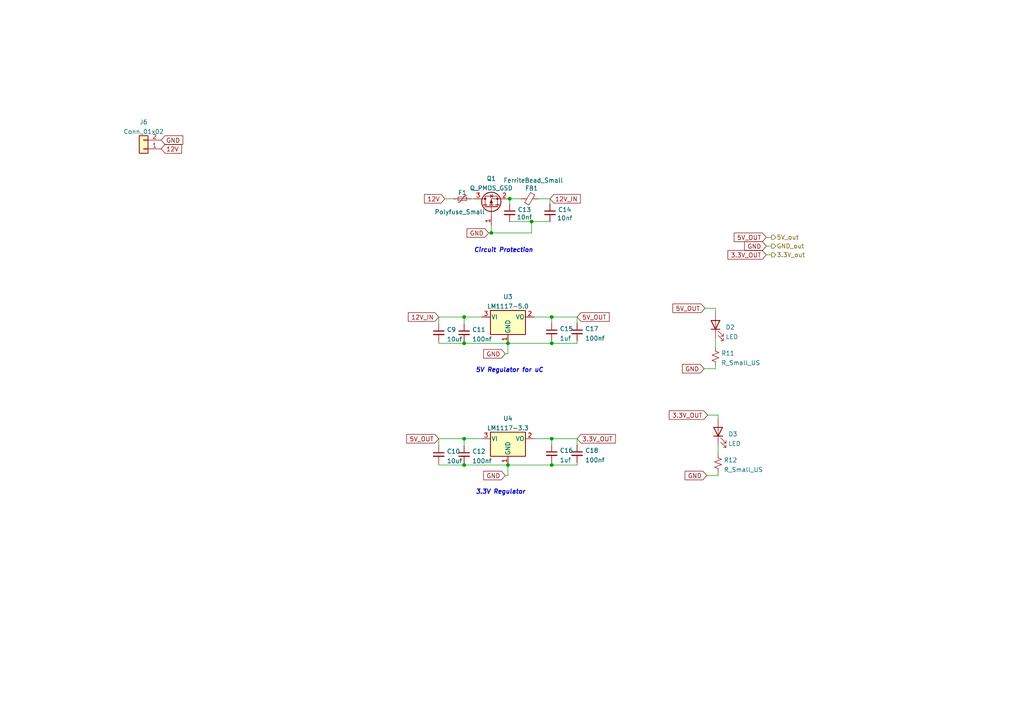
<source format=kicad_sch>
(kicad_sch
	(version 20231120)
	(generator "eeschema")
	(generator_version "8.0")
	(uuid "1f0a4998-759d-45ac-91d4-b234aacad793")
	(paper "A4")
	(lib_symbols
		(symbol "Connector_Generic:Conn_01x02"
			(pin_names
				(offset 1.016) hide)
			(exclude_from_sim no)
			(in_bom yes)
			(on_board yes)
			(property "Reference" "J"
				(at 0 2.54 0)
				(effects
					(font
						(size 1.27 1.27)
					)
				)
			)
			(property "Value" "Conn_01x02"
				(at 0 -5.08 0)
				(effects
					(font
						(size 1.27 1.27)
					)
				)
			)
			(property "Footprint" ""
				(at 0 0 0)
				(effects
					(font
						(size 1.27 1.27)
					)
					(hide yes)
				)
			)
			(property "Datasheet" "~"
				(at 0 0 0)
				(effects
					(font
						(size 1.27 1.27)
					)
					(hide yes)
				)
			)
			(property "Description" "Generic connector, single row, 01x02, script generated (kicad-library-utils/schlib/autogen/connector/)"
				(at 0 0 0)
				(effects
					(font
						(size 1.27 1.27)
					)
					(hide yes)
				)
			)
			(property "ki_keywords" "connector"
				(at 0 0 0)
				(effects
					(font
						(size 1.27 1.27)
					)
					(hide yes)
				)
			)
			(property "ki_fp_filters" "Connector*:*_1x??_*"
				(at 0 0 0)
				(effects
					(font
						(size 1.27 1.27)
					)
					(hide yes)
				)
			)
			(symbol "Conn_01x02_1_1"
				(rectangle
					(start -1.27 -2.413)
					(end 0 -2.667)
					(stroke
						(width 0.1524)
						(type default)
					)
					(fill
						(type none)
					)
				)
				(rectangle
					(start -1.27 0.127)
					(end 0 -0.127)
					(stroke
						(width 0.1524)
						(type default)
					)
					(fill
						(type none)
					)
				)
				(rectangle
					(start -1.27 1.27)
					(end 1.27 -3.81)
					(stroke
						(width 0.254)
						(type default)
					)
					(fill
						(type background)
					)
				)
				(pin passive line
					(at -5.08 0 0)
					(length 3.81)
					(name "Pin_1"
						(effects
							(font
								(size 1.27 1.27)
							)
						)
					)
					(number "1"
						(effects
							(font
								(size 1.27 1.27)
							)
						)
					)
				)
				(pin passive line
					(at -5.08 -2.54 0)
					(length 3.81)
					(name "Pin_2"
						(effects
							(font
								(size 1.27 1.27)
							)
						)
					)
					(number "2"
						(effects
							(font
								(size 1.27 1.27)
							)
						)
					)
				)
			)
		)
		(symbol "Device:C_Small"
			(pin_numbers hide)
			(pin_names
				(offset 0.254) hide)
			(exclude_from_sim no)
			(in_bom yes)
			(on_board yes)
			(property "Reference" "C"
				(at 0.254 1.778 0)
				(effects
					(font
						(size 1.27 1.27)
					)
					(justify left)
				)
			)
			(property "Value" "C_Small"
				(at 0.254 -2.032 0)
				(effects
					(font
						(size 1.27 1.27)
					)
					(justify left)
				)
			)
			(property "Footprint" ""
				(at 0 0 0)
				(effects
					(font
						(size 1.27 1.27)
					)
					(hide yes)
				)
			)
			(property "Datasheet" "~"
				(at 0 0 0)
				(effects
					(font
						(size 1.27 1.27)
					)
					(hide yes)
				)
			)
			(property "Description" "Unpolarized capacitor, small symbol"
				(at 0 0 0)
				(effects
					(font
						(size 1.27 1.27)
					)
					(hide yes)
				)
			)
			(property "ki_keywords" "capacitor cap"
				(at 0 0 0)
				(effects
					(font
						(size 1.27 1.27)
					)
					(hide yes)
				)
			)
			(property "ki_fp_filters" "C_*"
				(at 0 0 0)
				(effects
					(font
						(size 1.27 1.27)
					)
					(hide yes)
				)
			)
			(symbol "C_Small_0_1"
				(polyline
					(pts
						(xy -1.524 -0.508) (xy 1.524 -0.508)
					)
					(stroke
						(width 0.3302)
						(type default)
					)
					(fill
						(type none)
					)
				)
				(polyline
					(pts
						(xy -1.524 0.508) (xy 1.524 0.508)
					)
					(stroke
						(width 0.3048)
						(type default)
					)
					(fill
						(type none)
					)
				)
			)
			(symbol "C_Small_1_1"
				(pin passive line
					(at 0 2.54 270)
					(length 2.032)
					(name "~"
						(effects
							(font
								(size 1.27 1.27)
							)
						)
					)
					(number "1"
						(effects
							(font
								(size 1.27 1.27)
							)
						)
					)
				)
				(pin passive line
					(at 0 -2.54 90)
					(length 2.032)
					(name "~"
						(effects
							(font
								(size 1.27 1.27)
							)
						)
					)
					(number "2"
						(effects
							(font
								(size 1.27 1.27)
							)
						)
					)
				)
			)
		)
		(symbol "Device:FerriteBead_Small"
			(pin_numbers hide)
			(pin_names
				(offset 0)
			)
			(exclude_from_sim no)
			(in_bom yes)
			(on_board yes)
			(property "Reference" "FB"
				(at 1.905 1.27 0)
				(effects
					(font
						(size 1.27 1.27)
					)
					(justify left)
				)
			)
			(property "Value" "FerriteBead_Small"
				(at 1.905 -1.27 0)
				(effects
					(font
						(size 1.27 1.27)
					)
					(justify left)
				)
			)
			(property "Footprint" ""
				(at -1.778 0 90)
				(effects
					(font
						(size 1.27 1.27)
					)
					(hide yes)
				)
			)
			(property "Datasheet" "~"
				(at 0 0 0)
				(effects
					(font
						(size 1.27 1.27)
					)
					(hide yes)
				)
			)
			(property "Description" "Ferrite bead, small symbol"
				(at 0 0 0)
				(effects
					(font
						(size 1.27 1.27)
					)
					(hide yes)
				)
			)
			(property "ki_keywords" "L ferrite bead inductor filter"
				(at 0 0 0)
				(effects
					(font
						(size 1.27 1.27)
					)
					(hide yes)
				)
			)
			(property "ki_fp_filters" "Inductor_* L_* *Ferrite*"
				(at 0 0 0)
				(effects
					(font
						(size 1.27 1.27)
					)
					(hide yes)
				)
			)
			(symbol "FerriteBead_Small_0_1"
				(polyline
					(pts
						(xy 0 -1.27) (xy 0 -0.7874)
					)
					(stroke
						(width 0)
						(type default)
					)
					(fill
						(type none)
					)
				)
				(polyline
					(pts
						(xy 0 0.889) (xy 0 1.2954)
					)
					(stroke
						(width 0)
						(type default)
					)
					(fill
						(type none)
					)
				)
				(polyline
					(pts
						(xy -1.8288 0.2794) (xy -1.1176 1.4986) (xy 1.8288 -0.2032) (xy 1.1176 -1.4224) (xy -1.8288 0.2794)
					)
					(stroke
						(width 0)
						(type default)
					)
					(fill
						(type none)
					)
				)
			)
			(symbol "FerriteBead_Small_1_1"
				(pin passive line
					(at 0 2.54 270)
					(length 1.27)
					(name "~"
						(effects
							(font
								(size 1.27 1.27)
							)
						)
					)
					(number "1"
						(effects
							(font
								(size 1.27 1.27)
							)
						)
					)
				)
				(pin passive line
					(at 0 -2.54 90)
					(length 1.27)
					(name "~"
						(effects
							(font
								(size 1.27 1.27)
							)
						)
					)
					(number "2"
						(effects
							(font
								(size 1.27 1.27)
							)
						)
					)
				)
			)
		)
		(symbol "Device:LED"
			(pin_numbers hide)
			(pin_names
				(offset 1.016) hide)
			(exclude_from_sim no)
			(in_bom yes)
			(on_board yes)
			(property "Reference" "D"
				(at 0 2.54 0)
				(effects
					(font
						(size 1.27 1.27)
					)
				)
			)
			(property "Value" "LED"
				(at 0 -2.54 0)
				(effects
					(font
						(size 1.27 1.27)
					)
				)
			)
			(property "Footprint" ""
				(at 0 0 0)
				(effects
					(font
						(size 1.27 1.27)
					)
					(hide yes)
				)
			)
			(property "Datasheet" "~"
				(at 0 0 0)
				(effects
					(font
						(size 1.27 1.27)
					)
					(hide yes)
				)
			)
			(property "Description" "Light emitting diode"
				(at 0 0 0)
				(effects
					(font
						(size 1.27 1.27)
					)
					(hide yes)
				)
			)
			(property "ki_keywords" "LED diode"
				(at 0 0 0)
				(effects
					(font
						(size 1.27 1.27)
					)
					(hide yes)
				)
			)
			(property "ki_fp_filters" "LED* LED_SMD:* LED_THT:*"
				(at 0 0 0)
				(effects
					(font
						(size 1.27 1.27)
					)
					(hide yes)
				)
			)
			(symbol "LED_0_1"
				(polyline
					(pts
						(xy -1.27 -1.27) (xy -1.27 1.27)
					)
					(stroke
						(width 0.254)
						(type default)
					)
					(fill
						(type none)
					)
				)
				(polyline
					(pts
						(xy -1.27 0) (xy 1.27 0)
					)
					(stroke
						(width 0)
						(type default)
					)
					(fill
						(type none)
					)
				)
				(polyline
					(pts
						(xy 1.27 -1.27) (xy 1.27 1.27) (xy -1.27 0) (xy 1.27 -1.27)
					)
					(stroke
						(width 0.254)
						(type default)
					)
					(fill
						(type none)
					)
				)
				(polyline
					(pts
						(xy -3.048 -0.762) (xy -4.572 -2.286) (xy -3.81 -2.286) (xy -4.572 -2.286) (xy -4.572 -1.524)
					)
					(stroke
						(width 0)
						(type default)
					)
					(fill
						(type none)
					)
				)
				(polyline
					(pts
						(xy -1.778 -0.762) (xy -3.302 -2.286) (xy -2.54 -2.286) (xy -3.302 -2.286) (xy -3.302 -1.524)
					)
					(stroke
						(width 0)
						(type default)
					)
					(fill
						(type none)
					)
				)
			)
			(symbol "LED_1_1"
				(pin passive line
					(at -3.81 0 0)
					(length 2.54)
					(name "K"
						(effects
							(font
								(size 1.27 1.27)
							)
						)
					)
					(number "1"
						(effects
							(font
								(size 1.27 1.27)
							)
						)
					)
				)
				(pin passive line
					(at 3.81 0 180)
					(length 2.54)
					(name "A"
						(effects
							(font
								(size 1.27 1.27)
							)
						)
					)
					(number "2"
						(effects
							(font
								(size 1.27 1.27)
							)
						)
					)
				)
			)
		)
		(symbol "Device:Polyfuse_Small"
			(pin_numbers hide)
			(pin_names
				(offset 0)
			)
			(exclude_from_sim no)
			(in_bom yes)
			(on_board yes)
			(property "Reference" "F"
				(at -1.905 0 90)
				(effects
					(font
						(size 1.27 1.27)
					)
				)
			)
			(property "Value" "Polyfuse_Small"
				(at 1.905 0 90)
				(effects
					(font
						(size 1.27 1.27)
					)
				)
			)
			(property "Footprint" ""
				(at 1.27 -5.08 0)
				(effects
					(font
						(size 1.27 1.27)
					)
					(justify left)
					(hide yes)
				)
			)
			(property "Datasheet" "~"
				(at 0 0 0)
				(effects
					(font
						(size 1.27 1.27)
					)
					(hide yes)
				)
			)
			(property "Description" "Resettable fuse, polymeric positive temperature coefficient, small symbol"
				(at 0 0 0)
				(effects
					(font
						(size 1.27 1.27)
					)
					(hide yes)
				)
			)
			(property "ki_keywords" "resettable fuse PTC PPTC polyfuse polyswitch"
				(at 0 0 0)
				(effects
					(font
						(size 1.27 1.27)
					)
					(hide yes)
				)
			)
			(property "ki_fp_filters" "*polyfuse* *PTC*"
				(at 0 0 0)
				(effects
					(font
						(size 1.27 1.27)
					)
					(hide yes)
				)
			)
			(symbol "Polyfuse_Small_0_1"
				(rectangle
					(start -0.508 1.27)
					(end 0.508 -1.27)
					(stroke
						(width 0)
						(type default)
					)
					(fill
						(type none)
					)
				)
				(polyline
					(pts
						(xy 0 2.54) (xy 0 -2.54)
					)
					(stroke
						(width 0)
						(type default)
					)
					(fill
						(type none)
					)
				)
				(polyline
					(pts
						(xy -1.016 1.27) (xy -1.016 0.762) (xy 1.016 -0.762) (xy 1.016 -1.27)
					)
					(stroke
						(width 0)
						(type default)
					)
					(fill
						(type none)
					)
				)
			)
			(symbol "Polyfuse_Small_1_1"
				(pin passive line
					(at 0 2.54 270)
					(length 0.635)
					(name "~"
						(effects
							(font
								(size 1.27 1.27)
							)
						)
					)
					(number "1"
						(effects
							(font
								(size 1.27 1.27)
							)
						)
					)
				)
				(pin passive line
					(at 0 -2.54 90)
					(length 0.635)
					(name "~"
						(effects
							(font
								(size 1.27 1.27)
							)
						)
					)
					(number "2"
						(effects
							(font
								(size 1.27 1.27)
							)
						)
					)
				)
			)
		)
		(symbol "Device:Q_PMOS_GSD"
			(pin_names
				(offset 0) hide)
			(exclude_from_sim no)
			(in_bom yes)
			(on_board yes)
			(property "Reference" "Q"
				(at 5.08 1.27 0)
				(effects
					(font
						(size 1.27 1.27)
					)
					(justify left)
				)
			)
			(property "Value" "Q_PMOS_GSD"
				(at 5.08 -1.27 0)
				(effects
					(font
						(size 1.27 1.27)
					)
					(justify left)
				)
			)
			(property "Footprint" ""
				(at 5.08 2.54 0)
				(effects
					(font
						(size 1.27 1.27)
					)
					(hide yes)
				)
			)
			(property "Datasheet" "~"
				(at 0 0 0)
				(effects
					(font
						(size 1.27 1.27)
					)
					(hide yes)
				)
			)
			(property "Description" "P-MOSFET transistor, gate/source/drain"
				(at 0 0 0)
				(effects
					(font
						(size 1.27 1.27)
					)
					(hide yes)
				)
			)
			(property "ki_keywords" "transistor PMOS P-MOS P-MOSFET"
				(at 0 0 0)
				(effects
					(font
						(size 1.27 1.27)
					)
					(hide yes)
				)
			)
			(symbol "Q_PMOS_GSD_0_1"
				(polyline
					(pts
						(xy 0.254 0) (xy -2.54 0)
					)
					(stroke
						(width 0)
						(type default)
					)
					(fill
						(type none)
					)
				)
				(polyline
					(pts
						(xy 0.254 1.905) (xy 0.254 -1.905)
					)
					(stroke
						(width 0.254)
						(type default)
					)
					(fill
						(type none)
					)
				)
				(polyline
					(pts
						(xy 0.762 -1.27) (xy 0.762 -2.286)
					)
					(stroke
						(width 0.254)
						(type default)
					)
					(fill
						(type none)
					)
				)
				(polyline
					(pts
						(xy 0.762 0.508) (xy 0.762 -0.508)
					)
					(stroke
						(width 0.254)
						(type default)
					)
					(fill
						(type none)
					)
				)
				(polyline
					(pts
						(xy 0.762 2.286) (xy 0.762 1.27)
					)
					(stroke
						(width 0.254)
						(type default)
					)
					(fill
						(type none)
					)
				)
				(polyline
					(pts
						(xy 2.54 2.54) (xy 2.54 1.778)
					)
					(stroke
						(width 0)
						(type default)
					)
					(fill
						(type none)
					)
				)
				(polyline
					(pts
						(xy 2.54 -2.54) (xy 2.54 0) (xy 0.762 0)
					)
					(stroke
						(width 0)
						(type default)
					)
					(fill
						(type none)
					)
				)
				(polyline
					(pts
						(xy 0.762 1.778) (xy 3.302 1.778) (xy 3.302 -1.778) (xy 0.762 -1.778)
					)
					(stroke
						(width 0)
						(type default)
					)
					(fill
						(type none)
					)
				)
				(polyline
					(pts
						(xy 2.286 0) (xy 1.27 0.381) (xy 1.27 -0.381) (xy 2.286 0)
					)
					(stroke
						(width 0)
						(type default)
					)
					(fill
						(type outline)
					)
				)
				(polyline
					(pts
						(xy 2.794 -0.508) (xy 2.921 -0.381) (xy 3.683 -0.381) (xy 3.81 -0.254)
					)
					(stroke
						(width 0)
						(type default)
					)
					(fill
						(type none)
					)
				)
				(polyline
					(pts
						(xy 3.302 -0.381) (xy 2.921 0.254) (xy 3.683 0.254) (xy 3.302 -0.381)
					)
					(stroke
						(width 0)
						(type default)
					)
					(fill
						(type none)
					)
				)
				(circle
					(center 1.651 0)
					(radius 2.794)
					(stroke
						(width 0.254)
						(type default)
					)
					(fill
						(type none)
					)
				)
				(circle
					(center 2.54 -1.778)
					(radius 0.254)
					(stroke
						(width 0)
						(type default)
					)
					(fill
						(type outline)
					)
				)
				(circle
					(center 2.54 1.778)
					(radius 0.254)
					(stroke
						(width 0)
						(type default)
					)
					(fill
						(type outline)
					)
				)
			)
			(symbol "Q_PMOS_GSD_1_1"
				(pin input line
					(at -5.08 0 0)
					(length 2.54)
					(name "G"
						(effects
							(font
								(size 1.27 1.27)
							)
						)
					)
					(number "1"
						(effects
							(font
								(size 1.27 1.27)
							)
						)
					)
				)
				(pin passive line
					(at 2.54 -5.08 90)
					(length 2.54)
					(name "S"
						(effects
							(font
								(size 1.27 1.27)
							)
						)
					)
					(number "2"
						(effects
							(font
								(size 1.27 1.27)
							)
						)
					)
				)
				(pin passive line
					(at 2.54 5.08 270)
					(length 2.54)
					(name "D"
						(effects
							(font
								(size 1.27 1.27)
							)
						)
					)
					(number "3"
						(effects
							(font
								(size 1.27 1.27)
							)
						)
					)
				)
			)
		)
		(symbol "Device:R_Small_US"
			(pin_numbers hide)
			(pin_names
				(offset 0.254) hide)
			(exclude_from_sim no)
			(in_bom yes)
			(on_board yes)
			(property "Reference" "R"
				(at 0.762 0.508 0)
				(effects
					(font
						(size 1.27 1.27)
					)
					(justify left)
				)
			)
			(property "Value" "R_Small_US"
				(at 0.762 -1.016 0)
				(effects
					(font
						(size 1.27 1.27)
					)
					(justify left)
				)
			)
			(property "Footprint" ""
				(at 0 0 0)
				(effects
					(font
						(size 1.27 1.27)
					)
					(hide yes)
				)
			)
			(property "Datasheet" "~"
				(at 0 0 0)
				(effects
					(font
						(size 1.27 1.27)
					)
					(hide yes)
				)
			)
			(property "Description" "Resistor, small US symbol"
				(at 0 0 0)
				(effects
					(font
						(size 1.27 1.27)
					)
					(hide yes)
				)
			)
			(property "ki_keywords" "r resistor"
				(at 0 0 0)
				(effects
					(font
						(size 1.27 1.27)
					)
					(hide yes)
				)
			)
			(property "ki_fp_filters" "R_*"
				(at 0 0 0)
				(effects
					(font
						(size 1.27 1.27)
					)
					(hide yes)
				)
			)
			(symbol "R_Small_US_1_1"
				(polyline
					(pts
						(xy 0 0) (xy 1.016 -0.381) (xy 0 -0.762) (xy -1.016 -1.143) (xy 0 -1.524)
					)
					(stroke
						(width 0)
						(type default)
					)
					(fill
						(type none)
					)
				)
				(polyline
					(pts
						(xy 0 1.524) (xy 1.016 1.143) (xy 0 0.762) (xy -1.016 0.381) (xy 0 0)
					)
					(stroke
						(width 0)
						(type default)
					)
					(fill
						(type none)
					)
				)
				(pin passive line
					(at 0 2.54 270)
					(length 1.016)
					(name "~"
						(effects
							(font
								(size 1.27 1.27)
							)
						)
					)
					(number "1"
						(effects
							(font
								(size 1.27 1.27)
							)
						)
					)
				)
				(pin passive line
					(at 0 -2.54 90)
					(length 1.016)
					(name "~"
						(effects
							(font
								(size 1.27 1.27)
							)
						)
					)
					(number "2"
						(effects
							(font
								(size 1.27 1.27)
							)
						)
					)
				)
			)
		)
		(symbol "Regulator_Linear:LM1117-3.3"
			(pin_names
				(offset 0.254)
			)
			(exclude_from_sim no)
			(in_bom yes)
			(on_board yes)
			(property "Reference" "U"
				(at -3.81 3.175 0)
				(effects
					(font
						(size 1.27 1.27)
					)
				)
			)
			(property "Value" "LM1117-3.3"
				(at 0 3.175 0)
				(effects
					(font
						(size 1.27 1.27)
					)
					(justify left)
				)
			)
			(property "Footprint" ""
				(at 0 0 0)
				(effects
					(font
						(size 1.27 1.27)
					)
					(hide yes)
				)
			)
			(property "Datasheet" "http://www.ti.com/lit/ds/symlink/lm1117.pdf"
				(at 0 0 0)
				(effects
					(font
						(size 1.27 1.27)
					)
					(hide yes)
				)
			)
			(property "Description" "800mA Low-Dropout Linear Regulator, 3.3V fixed output, TO-220/TO-252/TO-263/SOT-223"
				(at 0 0 0)
				(effects
					(font
						(size 1.27 1.27)
					)
					(hide yes)
				)
			)
			(property "ki_keywords" "linear regulator ldo fixed positive"
				(at 0 0 0)
				(effects
					(font
						(size 1.27 1.27)
					)
					(hide yes)
				)
			)
			(property "ki_fp_filters" "SOT?223* TO?263* TO?252* TO?220*"
				(at 0 0 0)
				(effects
					(font
						(size 1.27 1.27)
					)
					(hide yes)
				)
			)
			(symbol "LM1117-3.3_0_1"
				(rectangle
					(start -5.08 -5.08)
					(end 5.08 1.905)
					(stroke
						(width 0.254)
						(type default)
					)
					(fill
						(type background)
					)
				)
			)
			(symbol "LM1117-3.3_1_1"
				(pin power_in line
					(at 0 -7.62 90)
					(length 2.54)
					(name "GND"
						(effects
							(font
								(size 1.27 1.27)
							)
						)
					)
					(number "1"
						(effects
							(font
								(size 1.27 1.27)
							)
						)
					)
				)
				(pin power_out line
					(at 7.62 0 180)
					(length 2.54)
					(name "VO"
						(effects
							(font
								(size 1.27 1.27)
							)
						)
					)
					(number "2"
						(effects
							(font
								(size 1.27 1.27)
							)
						)
					)
				)
				(pin power_in line
					(at -7.62 0 0)
					(length 2.54)
					(name "VI"
						(effects
							(font
								(size 1.27 1.27)
							)
						)
					)
					(number "3"
						(effects
							(font
								(size 1.27 1.27)
							)
						)
					)
				)
			)
		)
		(symbol "Regulator_Linear:LM1117-5.0"
			(pin_names
				(offset 0.254)
			)
			(exclude_from_sim no)
			(in_bom yes)
			(on_board yes)
			(property "Reference" "U"
				(at -3.81 3.175 0)
				(effects
					(font
						(size 1.27 1.27)
					)
				)
			)
			(property "Value" "LM1117-5.0"
				(at 0 3.175 0)
				(effects
					(font
						(size 1.27 1.27)
					)
					(justify left)
				)
			)
			(property "Footprint" ""
				(at 0 0 0)
				(effects
					(font
						(size 1.27 1.27)
					)
					(hide yes)
				)
			)
			(property "Datasheet" "http://www.ti.com/lit/ds/symlink/lm1117.pdf"
				(at 0 0 0)
				(effects
					(font
						(size 1.27 1.27)
					)
					(hide yes)
				)
			)
			(property "Description" "800mA Low-Dropout Linear Regulator, 5.0V fixed output, TO-220/TO-252/TO-263/SOT-223"
				(at 0 0 0)
				(effects
					(font
						(size 1.27 1.27)
					)
					(hide yes)
				)
			)
			(property "ki_keywords" "linear regulator ldo fixed positive"
				(at 0 0 0)
				(effects
					(font
						(size 1.27 1.27)
					)
					(hide yes)
				)
			)
			(property "ki_fp_filters" "SOT?223* TO?263* TO?252* TO?220*"
				(at 0 0 0)
				(effects
					(font
						(size 1.27 1.27)
					)
					(hide yes)
				)
			)
			(symbol "LM1117-5.0_0_1"
				(rectangle
					(start -5.08 -5.08)
					(end 5.08 1.905)
					(stroke
						(width 0.254)
						(type default)
					)
					(fill
						(type background)
					)
				)
			)
			(symbol "LM1117-5.0_1_1"
				(pin power_in line
					(at 0 -7.62 90)
					(length 2.54)
					(name "GND"
						(effects
							(font
								(size 1.27 1.27)
							)
						)
					)
					(number "1"
						(effects
							(font
								(size 1.27 1.27)
							)
						)
					)
				)
				(pin power_out line
					(at 7.62 0 180)
					(length 2.54)
					(name "VO"
						(effects
							(font
								(size 1.27 1.27)
							)
						)
					)
					(number "2"
						(effects
							(font
								(size 1.27 1.27)
							)
						)
					)
				)
				(pin power_in line
					(at -7.62 0 0)
					(length 2.54)
					(name "VI"
						(effects
							(font
								(size 1.27 1.27)
							)
						)
					)
					(number "3"
						(effects
							(font
								(size 1.27 1.27)
							)
						)
					)
				)
			)
		)
	)
	(junction
		(at 147.32 134.874)
		(diameter 0)
		(color 0 0 0 0)
		(uuid "0a8aea90-48d5-4abb-878b-f7472fef4cdc")
	)
	(junction
		(at 142.494 67.564)
		(diameter 0)
		(color 0 0 0 0)
		(uuid "1fb2650e-24ca-4d47-a968-744e78169b43")
	)
	(junction
		(at 160.02 134.874)
		(diameter 0)
		(color 0 0 0 0)
		(uuid "20fa9435-b330-4a97-831e-ac7083bf3894")
	)
	(junction
		(at 160.02 99.568)
		(diameter 0)
		(color 0 0 0 0)
		(uuid "21995b32-e246-4bea-805a-4d24af1b5008")
	)
	(junction
		(at 147.828 57.658)
		(diameter 0)
		(color 0 0 0 0)
		(uuid "390cf346-5930-4bf7-b864-b75e3fa9fd5b")
	)
	(junction
		(at 134.62 127.254)
		(diameter 0)
		(color 0 0 0 0)
		(uuid "3b094837-bdf3-4cee-a182-0971187731f9")
	)
	(junction
		(at 134.62 99.568)
		(diameter 0)
		(color 0 0 0 0)
		(uuid "5a22e5e0-08fe-469d-89ad-41aae00f3cc1")
	)
	(junction
		(at 134.62 91.948)
		(diameter 0)
		(color 0 0 0 0)
		(uuid "a0d5f6cf-62f8-4c31-85d7-cb12562851b6")
	)
	(junction
		(at 134.62 134.874)
		(diameter 0)
		(color 0 0 0 0)
		(uuid "bbe17d50-3e42-4cd9-a9cd-436c6357426c")
	)
	(junction
		(at 147.32 99.568)
		(diameter 0)
		(color 0 0 0 0)
		(uuid "d82c2a25-c1a7-4c51-8621-a83092fa3992")
	)
	(junction
		(at 160.02 127.254)
		(diameter 0)
		(color 0 0 0 0)
		(uuid "dae55c27-c317-452b-800f-1a857736f270")
	)
	(junction
		(at 154.178 64.262)
		(diameter 0)
		(color 0 0 0 0)
		(uuid "f726027a-d986-46c7-a3ea-9ee28aa9ae70")
	)
	(junction
		(at 160.02 91.948)
		(diameter 0)
		(color 0 0 0 0)
		(uuid "fc33c5b9-3173-4de0-ab68-0db238b879a7")
	)
	(wire
		(pts
			(xy 160.02 99.568) (xy 167.386 99.568)
		)
		(stroke
			(width 0)
			(type default)
		)
		(uuid "00291d4e-a4f4-42b3-b138-eaa9ef678bf4")
	)
	(wire
		(pts
			(xy 134.62 99.06) (xy 134.62 99.568)
		)
		(stroke
			(width 0)
			(type default)
		)
		(uuid "140b26ae-0434-48af-b5c0-5f4660a324c6")
	)
	(wire
		(pts
			(xy 160.02 91.948) (xy 167.386 91.948)
		)
		(stroke
			(width 0)
			(type default)
		)
		(uuid "1897b4d6-5774-450c-8982-b55f36b9cb1b")
	)
	(wire
		(pts
			(xy 136.652 57.658) (xy 137.414 57.658)
		)
		(stroke
			(width 0)
			(type default)
		)
		(uuid "1e7cabf2-a4db-4fae-a5ce-df1b1d4a7d07")
	)
	(wire
		(pts
			(xy 205.232 120.396) (xy 208.28 120.396)
		)
		(stroke
			(width 0)
			(type default)
		)
		(uuid "25a32d51-883b-4021-a68e-91c156d99f03")
	)
	(wire
		(pts
			(xy 204.978 137.922) (xy 208.28 137.922)
		)
		(stroke
			(width 0)
			(type default)
		)
		(uuid "305a291a-2b41-42da-9b61-a7d37aa4c76b")
	)
	(wire
		(pts
			(xy 207.518 89.408) (xy 207.518 90.424)
		)
		(stroke
			(width 0)
			(type default)
		)
		(uuid "367666e3-01c1-44b0-b049-2c9d9742bb6a")
	)
	(wire
		(pts
			(xy 208.28 137.922) (xy 208.28 136.906)
		)
		(stroke
			(width 0)
			(type default)
		)
		(uuid "3cf0fbfd-66b2-4a7f-b06a-44415f8c69c1")
	)
	(wire
		(pts
			(xy 134.62 99.568) (xy 147.32 99.568)
		)
		(stroke
			(width 0)
			(type default)
		)
		(uuid "3fcc97d8-8f87-4280-bc1a-990f49a85c5d")
	)
	(wire
		(pts
			(xy 142.494 67.564) (xy 142.494 65.278)
		)
		(stroke
			(width 0)
			(type default)
		)
		(uuid "452cf2da-1c70-4aca-b77c-1f826211f534")
	)
	(wire
		(pts
			(xy 127.254 99.06) (xy 127.254 99.568)
		)
		(stroke
			(width 0)
			(type default)
		)
		(uuid "48d55079-dbe8-4adf-92ad-9e8ffd0766ac")
	)
	(wire
		(pts
			(xy 127.254 91.948) (xy 127.254 93.98)
		)
		(stroke
			(width 0)
			(type default)
		)
		(uuid "4a1e240f-4ce9-4b05-8580-c54b1bfbd738")
	)
	(wire
		(pts
			(xy 160.02 127.254) (xy 167.386 127.254)
		)
		(stroke
			(width 0)
			(type default)
		)
		(uuid "4a9a809f-1e43-4517-9323-079fc5e3ef7d")
	)
	(wire
		(pts
			(xy 127.254 134.874) (xy 134.62 134.874)
		)
		(stroke
			(width 0)
			(type default)
		)
		(uuid "4ae65302-1ca0-4fc0-bdfc-1e790c9a3a2f")
	)
	(wire
		(pts
			(xy 147.32 137.922) (xy 146.558 137.922)
		)
		(stroke
			(width 0)
			(type default)
		)
		(uuid "4c90077c-d93a-40ef-9a8a-61a09aefde98")
	)
	(wire
		(pts
			(xy 207.518 106.934) (xy 207.518 105.918)
		)
		(stroke
			(width 0)
			(type default)
		)
		(uuid "587d5a9a-46b8-4a2f-91d0-5136d5d59680")
	)
	(wire
		(pts
			(xy 147.828 57.658) (xy 147.828 59.182)
		)
		(stroke
			(width 0)
			(type default)
		)
		(uuid "5ee895a6-3b97-4c3e-a545-f449df168b5f")
	)
	(wire
		(pts
			(xy 160.02 134.112) (xy 160.02 134.874)
		)
		(stroke
			(width 0)
			(type default)
		)
		(uuid "612d9e0a-6e65-4daf-b74e-b8b025fa9a4f")
	)
	(wire
		(pts
			(xy 147.828 64.262) (xy 154.178 64.262)
		)
		(stroke
			(width 0)
			(type default)
		)
		(uuid "63446ab7-3621-487c-bde0-cb3449fa12e0")
	)
	(wire
		(pts
			(xy 222.25 73.914) (xy 223.774 73.914)
		)
		(stroke
			(width 0)
			(type default)
		)
		(uuid "6f6f22b8-302a-4e0e-a860-839db289c4de")
	)
	(wire
		(pts
			(xy 147.574 57.658) (xy 147.828 57.658)
		)
		(stroke
			(width 0)
			(type default)
		)
		(uuid "73945a32-0c27-4aa5-9bcc-183610419d1d")
	)
	(wire
		(pts
			(xy 147.32 134.874) (xy 147.32 137.922)
		)
		(stroke
			(width 0)
			(type default)
		)
		(uuid "776dd74e-3a7b-4d25-baf3-0236f886f662")
	)
	(wire
		(pts
			(xy 147.32 102.616) (xy 146.558 102.616)
		)
		(stroke
			(width 0)
			(type default)
		)
		(uuid "7ad2250a-d562-4d9f-a9ce-e3b0c6e50ab0")
	)
	(wire
		(pts
			(xy 147.828 57.658) (xy 151.13 57.658)
		)
		(stroke
			(width 0)
			(type default)
		)
		(uuid "7b2cbff0-e183-484e-9c87-1d6e0e82bb92")
	)
	(wire
		(pts
			(xy 134.62 134.366) (xy 134.62 134.874)
		)
		(stroke
			(width 0)
			(type default)
		)
		(uuid "7c150048-07ac-4a70-8b4b-b3ec35cfce65")
	)
	(wire
		(pts
			(xy 127.254 134.366) (xy 127.254 134.874)
		)
		(stroke
			(width 0)
			(type default)
		)
		(uuid "7fa69943-ae88-445e-88c5-7fcac2d6f749")
	)
	(wire
		(pts
			(xy 134.62 91.948) (xy 139.7 91.948)
		)
		(stroke
			(width 0)
			(type default)
		)
		(uuid "8230f40e-98cc-4032-a54e-4635a77842a6")
	)
	(wire
		(pts
			(xy 156.21 57.658) (xy 159.512 57.658)
		)
		(stroke
			(width 0)
			(type default)
		)
		(uuid "8340b63f-e0f2-46ba-a58d-f5449ce025b8")
	)
	(wire
		(pts
			(xy 167.386 99.568) (xy 167.386 98.806)
		)
		(stroke
			(width 0)
			(type default)
		)
		(uuid "877afb62-03fb-41dd-aa57-da1c77bd59a5")
	)
	(wire
		(pts
			(xy 222.25 71.374) (xy 223.774 71.374)
		)
		(stroke
			(width 0)
			(type default)
		)
		(uuid "8978f193-b0b2-400c-8227-684c085ac51e")
	)
	(wire
		(pts
			(xy 208.28 120.396) (xy 208.28 121.412)
		)
		(stroke
			(width 0)
			(type default)
		)
		(uuid "90110012-9e85-4971-97a4-a9dc6e512657")
	)
	(wire
		(pts
			(xy 147.32 134.874) (xy 160.02 134.874)
		)
		(stroke
			(width 0)
			(type default)
		)
		(uuid "91de2ae7-07b2-4653-bd5e-87c553402436")
	)
	(wire
		(pts
			(xy 154.178 67.564) (xy 154.178 64.262)
		)
		(stroke
			(width 0)
			(type default)
		)
		(uuid "91fecd2c-860d-4b5e-b5d0-def14cf3dbbb")
	)
	(wire
		(pts
			(xy 147.32 99.568) (xy 147.32 102.616)
		)
		(stroke
			(width 0)
			(type default)
		)
		(uuid "93038244-95ec-4a3a-a92d-7a0116a514e0")
	)
	(wire
		(pts
			(xy 147.32 99.568) (xy 160.02 99.568)
		)
		(stroke
			(width 0)
			(type default)
		)
		(uuid "931cea43-14e8-41e2-a0dc-1c58db5c7fbb")
	)
	(wire
		(pts
			(xy 134.62 91.948) (xy 134.62 93.98)
		)
		(stroke
			(width 0)
			(type default)
		)
		(uuid "9b327f36-ca2c-4332-8506-2f521ce02e84")
	)
	(wire
		(pts
			(xy 134.62 134.874) (xy 147.32 134.874)
		)
		(stroke
			(width 0)
			(type default)
		)
		(uuid "9f28a6bb-656b-4b0b-ab5f-5ea560ca87d3")
	)
	(wire
		(pts
			(xy 154.94 91.948) (xy 160.02 91.948)
		)
		(stroke
			(width 0)
			(type default)
		)
		(uuid "a59934f8-6405-4abb-b6bd-382c8ff1b45d")
	)
	(wire
		(pts
			(xy 167.386 91.948) (xy 167.386 93.726)
		)
		(stroke
			(width 0)
			(type default)
		)
		(uuid "a679ae2b-9848-4e7d-86db-e83f8ee41442")
	)
	(wire
		(pts
			(xy 127.254 91.948) (xy 134.62 91.948)
		)
		(stroke
			(width 0)
			(type default)
		)
		(uuid "a8a303f7-657b-4d29-8f15-2d000820eca8")
	)
	(wire
		(pts
			(xy 154.178 64.262) (xy 159.512 64.262)
		)
		(stroke
			(width 0)
			(type default)
		)
		(uuid "aa8ea675-2570-4035-b1c2-386e1ab3fad4")
	)
	(wire
		(pts
			(xy 127.254 127.254) (xy 127.254 129.286)
		)
		(stroke
			(width 0)
			(type default)
		)
		(uuid "ab961954-4de4-467b-8fef-6461dc8aef97")
	)
	(wire
		(pts
			(xy 160.02 134.874) (xy 167.386 134.874)
		)
		(stroke
			(width 0)
			(type default)
		)
		(uuid "ad570445-87ec-4341-b276-34ecb6b599e4")
	)
	(wire
		(pts
			(xy 167.386 134.874) (xy 167.386 134.112)
		)
		(stroke
			(width 0)
			(type default)
		)
		(uuid "af0736b4-eb16-4d4e-9c20-675c49788966")
	)
	(wire
		(pts
			(xy 154.94 127.254) (xy 160.02 127.254)
		)
		(stroke
			(width 0)
			(type default)
		)
		(uuid "b1efcfed-6314-4842-bb33-4ba386e0c57a")
	)
	(wire
		(pts
			(xy 127.254 99.568) (xy 134.62 99.568)
		)
		(stroke
			(width 0)
			(type default)
		)
		(uuid "bcbfc618-3d98-4dfc-8c1b-8dfaaf6334e4")
	)
	(wire
		(pts
			(xy 160.02 91.948) (xy 160.02 93.726)
		)
		(stroke
			(width 0)
			(type default)
		)
		(uuid "bfc3e083-441c-4094-8790-cbff19f5f872")
	)
	(wire
		(pts
			(xy 159.512 57.658) (xy 159.512 59.182)
		)
		(stroke
			(width 0)
			(type default)
		)
		(uuid "cce2f05c-916b-4c94-8c6c-68aa9a658809")
	)
	(wire
		(pts
			(xy 207.518 98.044) (xy 207.518 100.838)
		)
		(stroke
			(width 0)
			(type default)
		)
		(uuid "cfd89566-243f-4dad-a74a-4df91dc86f03")
	)
	(wire
		(pts
			(xy 222.25 68.834) (xy 223.774 68.834)
		)
		(stroke
			(width 0)
			(type default)
		)
		(uuid "d7062d08-e748-44dd-b144-774b17fe232f")
	)
	(wire
		(pts
			(xy 208.28 129.032) (xy 208.28 131.826)
		)
		(stroke
			(width 0)
			(type default)
		)
		(uuid "da61dfcc-298a-4616-b390-1e9fb30bcf0c")
	)
	(wire
		(pts
			(xy 141.732 67.564) (xy 142.494 67.564)
		)
		(stroke
			(width 0)
			(type default)
		)
		(uuid "dbfc3228-bdc3-4738-9df8-3ed363bee76f")
	)
	(wire
		(pts
			(xy 129.032 57.658) (xy 131.572 57.658)
		)
		(stroke
			(width 0)
			(type default)
		)
		(uuid "dfae92ed-8333-49ec-a281-ef1337853a35")
	)
	(wire
		(pts
			(xy 142.494 67.564) (xy 154.178 67.564)
		)
		(stroke
			(width 0)
			(type default)
		)
		(uuid "ea875157-878a-4ebb-98d5-21b2fb5665a3")
	)
	(wire
		(pts
			(xy 127.254 127.254) (xy 134.62 127.254)
		)
		(stroke
			(width 0)
			(type default)
		)
		(uuid "ebdcfdca-4a38-4540-9f12-489fba89553b")
	)
	(wire
		(pts
			(xy 167.386 127.254) (xy 167.386 129.032)
		)
		(stroke
			(width 0)
			(type default)
		)
		(uuid "ec1152ba-d5a2-46a4-a67f-1578f59b2534")
	)
	(wire
		(pts
			(xy 160.02 98.806) (xy 160.02 99.568)
		)
		(stroke
			(width 0)
			(type default)
		)
		(uuid "efd92e13-f2bf-4f74-bf59-68b9ea9b126f")
	)
	(wire
		(pts
			(xy 134.62 127.254) (xy 139.7 127.254)
		)
		(stroke
			(width 0)
			(type default)
		)
		(uuid "f17afff4-22bf-44ba-9673-d3476565f1e2")
	)
	(wire
		(pts
			(xy 204.216 106.934) (xy 207.518 106.934)
		)
		(stroke
			(width 0)
			(type default)
		)
		(uuid "f41db0a1-3bd6-40f8-aecc-4e1239929e22")
	)
	(wire
		(pts
			(xy 204.47 89.408) (xy 207.518 89.408)
		)
		(stroke
			(width 0)
			(type default)
		)
		(uuid "fa4fd628-8a9f-449a-8a2e-c380b24cb583")
	)
	(wire
		(pts
			(xy 160.02 127.254) (xy 160.02 129.032)
		)
		(stroke
			(width 0)
			(type default)
		)
		(uuid "fcaf052b-8d19-4eee-baef-51d0fea56d35")
	)
	(wire
		(pts
			(xy 134.62 127.254) (xy 134.62 129.286)
		)
		(stroke
			(width 0)
			(type default)
		)
		(uuid "fe5f35c6-0f9e-4102-bc4b-f40caf3ce1ba")
	)
	(text "5V Regulator for uC"
		(exclude_from_sim no)
		(at 137.922 108.204 0)
		(effects
			(font
				(size 1.27 1.27)
				(bold yes)
				(italic yes)
			)
			(justify left bottom)
		)
		(uuid "0da41d02-4f5a-494a-ba67-e8c4565c2dca")
	)
	(text "Circuit Protection"
		(exclude_from_sim no)
		(at 137.414 73.406 0)
		(effects
			(font
				(size 1.27 1.27)
				(bold yes)
				(italic yes)
			)
			(justify left bottom)
		)
		(uuid "e3dcaa21-258b-45fa-b9a6-0acbf003fa56")
	)
	(text "3.3V Regulator\n"
		(exclude_from_sim no)
		(at 137.922 143.51 0)
		(effects
			(font
				(size 1.27 1.27)
				(bold yes)
				(italic yes)
			)
			(justify left bottom)
		)
		(uuid "e4df874c-cfcc-4874-be91-4fa9519c4ed6")
	)
	(global_label "3.3V_OUT"
		(shape input)
		(at 205.232 120.396 180)
		(fields_autoplaced yes)
		(effects
			(font
				(size 1.27 1.27)
			)
			(justify right)
		)
		(uuid "02797f63-756d-4644-8f16-7d42e2a61f7a")
		(property "Intersheetrefs" "${INTERSHEET_REFS}"
			(at 194.1103 120.4754 0)
			(effects
				(font
					(size 1.27 1.27)
				)
				(justify right)
				(hide yes)
			)
		)
	)
	(global_label "3.3V_OUT"
		(shape input)
		(at 167.386 127.254 0)
		(fields_autoplaced yes)
		(effects
			(font
				(size 1.27 1.27)
			)
			(justify left)
		)
		(uuid "1177ab53-9b3c-46da-8040-c40649707e89")
		(property "Intersheetrefs" "${INTERSHEET_REFS}"
			(at 178.5077 127.1746 0)
			(effects
				(font
					(size 1.27 1.27)
				)
				(justify left)
				(hide yes)
			)
		)
	)
	(global_label "12V_IN"
		(shape input)
		(at 127.254 91.948 180)
		(fields_autoplaced yes)
		(effects
			(font
				(size 1.27 1.27)
			)
			(justify right)
		)
		(uuid "14948c84-9e85-41f4-b25c-a67bba3e921c")
		(property "Intersheetrefs" "${INTERSHEET_REFS}"
			(at 118.4304 92.0274 0)
			(effects
				(font
					(size 1.27 1.27)
				)
				(justify right)
				(hide yes)
			)
		)
	)
	(global_label "GND"
		(shape input)
		(at 204.978 137.922 180)
		(fields_autoplaced yes)
		(effects
			(font
				(size 1.27 1.27)
			)
			(justify right)
		)
		(uuid "249bf630-a4bd-4b9e-b8d6-63b11766b70f")
		(property "Intersheetrefs" "${INTERSHEET_REFS}"
			(at 94.488 12.192 0)
			(effects
				(font
					(size 1.27 1.27)
				)
				(hide yes)
			)
		)
	)
	(global_label "GND"
		(shape input)
		(at 146.558 102.616 180)
		(fields_autoplaced yes)
		(effects
			(font
				(size 1.27 1.27)
			)
			(justify right)
		)
		(uuid "27778973-81c2-4731-87dc-1a9504c1da35")
		(property "Intersheetrefs" "${INTERSHEET_REFS}"
			(at 36.068 -23.114 0)
			(effects
				(font
					(size 1.27 1.27)
				)
				(hide yes)
			)
		)
	)
	(global_label "5V_OUT"
		(shape input)
		(at 167.386 91.948 0)
		(fields_autoplaced yes)
		(effects
			(font
				(size 1.27 1.27)
			)
			(justify left)
		)
		(uuid "4ee904fb-5292-4b0c-aa1b-450857be456a")
		(property "Intersheetrefs" "${INTERSHEET_REFS}"
			(at 176.6934 91.8686 0)
			(effects
				(font
					(size 1.27 1.27)
				)
				(justify left)
				(hide yes)
			)
		)
	)
	(global_label "5V_OUT"
		(shape input)
		(at 222.25 68.834 180)
		(fields_autoplaced yes)
		(effects
			(font
				(size 1.27 1.27)
			)
			(justify right)
		)
		(uuid "6d448b26-0058-4020-a550-daf16a0b8451")
		(property "Intersheetrefs" "${INTERSHEET_REFS}"
			(at 212.9426 68.9134 0)
			(effects
				(font
					(size 1.27 1.27)
				)
				(justify right)
				(hide yes)
			)
		)
	)
	(global_label "3.3V_OUT"
		(shape input)
		(at 222.25 73.914 180)
		(fields_autoplaced yes)
		(effects
			(font
				(size 1.27 1.27)
			)
			(justify right)
		)
		(uuid "7fb47593-95b3-4049-a6d8-a08aefb9babf")
		(property "Intersheetrefs" "${INTERSHEET_REFS}"
			(at 211.1283 73.9934 0)
			(effects
				(font
					(size 1.27 1.27)
				)
				(justify right)
				(hide yes)
			)
		)
	)
	(global_label "12V"
		(shape input)
		(at 46.736 43.18 0)
		(fields_autoplaced yes)
		(effects
			(font
				(size 1.27 1.27)
			)
			(justify left)
		)
		(uuid "8181bf24-d35b-4853-a346-074a61b9523d")
		(property "Intersheetrefs" "${INTERSHEET_REFS}"
			(at 52.6567 43.1006 0)
			(effects
				(font
					(size 1.27 1.27)
				)
				(justify left)
				(hide yes)
			)
		)
	)
	(global_label "5V_OUT"
		(shape input)
		(at 204.47 89.408 180)
		(fields_autoplaced yes)
		(effects
			(font
				(size 1.27 1.27)
			)
			(justify right)
		)
		(uuid "8596ae55-b4cb-489c-b92d-158336792462")
		(property "Intersheetrefs" "${INTERSHEET_REFS}"
			(at 195.1626 89.4874 0)
			(effects
				(font
					(size 1.27 1.27)
				)
				(justify right)
				(hide yes)
			)
		)
	)
	(global_label "GND"
		(shape input)
		(at 204.216 106.934 180)
		(fields_autoplaced yes)
		(effects
			(font
				(size 1.27 1.27)
			)
			(justify right)
		)
		(uuid "88fc68b9-a2a7-4813-933b-3a5fa3fd7c66")
		(property "Intersheetrefs" "${INTERSHEET_REFS}"
			(at 93.726 -18.796 0)
			(effects
				(font
					(size 1.27 1.27)
				)
				(hide yes)
			)
		)
	)
	(global_label "5V_OUT"
		(shape input)
		(at 127.254 127.254 180)
		(fields_autoplaced yes)
		(effects
			(font
				(size 1.27 1.27)
			)
			(justify right)
		)
		(uuid "98aabc39-b199-400c-8b94-c35076ed2871")
		(property "Intersheetrefs" "${INTERSHEET_REFS}"
			(at 117.9466 127.1746 0)
			(effects
				(font
					(size 1.27 1.27)
				)
				(justify right)
				(hide yes)
			)
		)
	)
	(global_label "12V_IN"
		(shape input)
		(at 159.512 57.658 0)
		(fields_autoplaced yes)
		(effects
			(font
				(size 1.27 1.27)
			)
			(justify left)
		)
		(uuid "ad01674a-55dc-4724-af98-42455dc62e26")
		(property "Intersheetrefs" "${INTERSHEET_REFS}"
			(at 168.3356 57.5786 0)
			(effects
				(font
					(size 1.27 1.27)
				)
				(justify left)
				(hide yes)
			)
		)
	)
	(global_label "12V"
		(shape input)
		(at 129.032 57.658 180)
		(fields_autoplaced yes)
		(effects
			(font
				(size 1.27 1.27)
			)
			(justify right)
		)
		(uuid "cda969db-bb55-4433-8d7b-d329e46e6e16")
		(property "Intersheetrefs" "${INTERSHEET_REFS}"
			(at 123.1113 57.7374 0)
			(effects
				(font
					(size 1.27 1.27)
				)
				(justify right)
				(hide yes)
			)
		)
	)
	(global_label "GND"
		(shape input)
		(at 141.732 67.564 180)
		(fields_autoplaced yes)
		(effects
			(font
				(size 1.27 1.27)
			)
			(justify right)
		)
		(uuid "cfbbb564-25d3-4d9a-bc80-f354702211be")
		(property "Intersheetrefs" "${INTERSHEET_REFS}"
			(at 31.242 -58.166 0)
			(effects
				(font
					(size 1.27 1.27)
				)
				(hide yes)
			)
		)
	)
	(global_label "GND"
		(shape input)
		(at 46.736 40.64 0)
		(fields_autoplaced yes)
		(effects
			(font
				(size 1.27 1.27)
			)
			(justify left)
		)
		(uuid "d2000509-c117-43fa-a870-ede8a92d3723")
		(property "Intersheetrefs" "${INTERSHEET_REFS}"
			(at 157.226 166.37 0)
			(effects
				(font
					(size 1.27 1.27)
				)
				(hide yes)
			)
		)
	)
	(global_label "GND"
		(shape input)
		(at 146.558 137.922 180)
		(fields_autoplaced yes)
		(effects
			(font
				(size 1.27 1.27)
			)
			(justify right)
		)
		(uuid "d8418fb1-9710-4776-9a5a-88a8e7cc656d")
		(property "Intersheetrefs" "${INTERSHEET_REFS}"
			(at 36.068 12.192 0)
			(effects
				(font
					(size 1.27 1.27)
				)
				(hide yes)
			)
		)
	)
	(global_label "GND"
		(shape input)
		(at 222.25 71.374 180)
		(fields_autoplaced yes)
		(effects
			(font
				(size 1.27 1.27)
			)
			(justify right)
		)
		(uuid "e1c790f6-0a86-4ca9-8545-ffbc7dd029f3")
		(property "Intersheetrefs" "${INTERSHEET_REFS}"
			(at 111.76 -54.356 0)
			(effects
				(font
					(size 1.27 1.27)
				)
				(hide yes)
			)
		)
	)
	(hierarchical_label "GND_out"
		(shape output)
		(at 223.774 71.374 0)
		(fields_autoplaced yes)
		(effects
			(font
				(size 1.27 1.27)
			)
			(justify left)
		)
		(uuid "30903a9e-c3d1-4741-ba31-8aab1434bf58")
	)
	(hierarchical_label "3.3V_out"
		(shape output)
		(at 223.774 73.914 0)
		(fields_autoplaced yes)
		(effects
			(font
				(size 1.27 1.27)
			)
			(justify left)
		)
		(uuid "ece4e35e-97b9-442b-bfa1-70dfd3004a9f")
	)
	(hierarchical_label "5V_out"
		(shape output)
		(at 223.774 68.834 0)
		(fields_autoplaced yes)
		(effects
			(font
				(size 1.27 1.27)
			)
			(justify left)
		)
		(uuid "fac951ab-7d6e-4c9b-b7e0-b684839f623c")
	)
	(symbol
		(lib_id "Device:C_Small")
		(at 134.62 96.52 0)
		(unit 1)
		(exclude_from_sim no)
		(in_bom yes)
		(on_board yes)
		(dnp no)
		(fields_autoplaced yes)
		(uuid "08ac417a-90d1-4310-a05d-8c01e3388cc4")
		(property "Reference" "C11"
			(at 136.9441 95.6178 0)
			(effects
				(font
					(size 1.27 1.27)
				)
				(justify left)
			)
		)
		(property "Value" "100nf"
			(at 136.9441 98.3929 0)
			(effects
				(font
					(size 1.27 1.27)
				)
				(justify left)
			)
		)
		(property "Footprint" "Capacitor_SMD:C_0805_2012Metric"
			(at 134.62 96.52 0)
			(effects
				(font
					(size 1.27 1.27)
				)
				(hide yes)
			)
		)
		(property "Datasheet" "~"
			(at 134.62 96.52 0)
			(effects
				(font
					(size 1.27 1.27)
				)
				(hide yes)
			)
		)
		(property "Description" ""
			(at 134.62 96.52 0)
			(effects
				(font
					(size 1.27 1.27)
				)
				(hide yes)
			)
		)
		(pin "1"
			(uuid "f42c39ae-3955-47da-9056-5afd39819457")
		)
		(pin "2"
			(uuid "feb7e564-1a34-4069-89bd-5df4cf1a2cb2")
		)
		(instances
			(project "Motion_Control_HMI"
				(path "/e63e39d7-6ac0-4ffd-8aa3-1841a4541b55/181c7584-ae32-422d-87fd-661f54103fc3"
					(reference "C11")
					(unit 1)
				)
			)
		)
	)
	(symbol
		(lib_id "Device:Polyfuse_Small")
		(at 134.112 57.658 90)
		(unit 1)
		(exclude_from_sim no)
		(in_bom yes)
		(on_board yes)
		(dnp no)
		(uuid "0a7979db-653b-46f8-8ae3-dc6058edca2b")
		(property "Reference" "F1"
			(at 134.112 55.88 90)
			(effects
				(font
					(size 1.27 1.27)
				)
			)
		)
		(property "Value" "Polyfuse_Small"
			(at 133.35 61.468 90)
			(effects
				(font
					(size 1.27 1.27)
				)
			)
		)
		(property "Footprint" "Fuse:Fuse_0805_2012Metric"
			(at 139.192 56.388 0)
			(effects
				(font
					(size 1.27 1.27)
				)
				(justify left)
				(hide yes)
			)
		)
		(property "Datasheet" "~"
			(at 134.112 57.658 0)
			(effects
				(font
					(size 1.27 1.27)
				)
				(hide yes)
			)
		)
		(property "Description" ""
			(at 134.112 57.658 0)
			(effects
				(font
					(size 1.27 1.27)
				)
				(hide yes)
			)
		)
		(pin "1"
			(uuid "744dcc93-b2c3-423c-9af1-cacca16948e9")
		)
		(pin "2"
			(uuid "9750593c-7ec4-4020-a711-48650110d911")
		)
		(instances
			(project "Motion_Control_HMI"
				(path "/e63e39d7-6ac0-4ffd-8aa3-1841a4541b55/181c7584-ae32-422d-87fd-661f54103fc3"
					(reference "F1")
					(unit 1)
				)
			)
		)
	)
	(symbol
		(lib_id "Device:C_Small")
		(at 160.02 96.266 0)
		(unit 1)
		(exclude_from_sim no)
		(in_bom yes)
		(on_board yes)
		(dnp no)
		(fields_autoplaced yes)
		(uuid "1735e2bd-8c66-48b0-90d8-39481e443f9c")
		(property "Reference" "C15"
			(at 162.3441 95.3638 0)
			(effects
				(font
					(size 1.27 1.27)
				)
				(justify left)
			)
		)
		(property "Value" "1uf"
			(at 162.3441 98.1389 0)
			(effects
				(font
					(size 1.27 1.27)
				)
				(justify left)
			)
		)
		(property "Footprint" "Capacitor_SMD:C_0805_2012Metric"
			(at 160.02 96.266 0)
			(effects
				(font
					(size 1.27 1.27)
				)
				(hide yes)
			)
		)
		(property "Datasheet" "~"
			(at 160.02 96.266 0)
			(effects
				(font
					(size 1.27 1.27)
				)
				(hide yes)
			)
		)
		(property "Description" ""
			(at 160.02 96.266 0)
			(effects
				(font
					(size 1.27 1.27)
				)
				(hide yes)
			)
		)
		(pin "1"
			(uuid "96aa1d90-8e3f-425c-8122-a78edef6dc25")
		)
		(pin "2"
			(uuid "93c321d4-f0a5-4b9c-8246-c3bde37d8527")
		)
		(instances
			(project "Motion_Control_HMI"
				(path "/e63e39d7-6ac0-4ffd-8aa3-1841a4541b55/181c7584-ae32-422d-87fd-661f54103fc3"
					(reference "C15")
					(unit 1)
				)
			)
		)
	)
	(symbol
		(lib_id "Device:LED")
		(at 207.518 94.234 90)
		(unit 1)
		(exclude_from_sim no)
		(in_bom yes)
		(on_board yes)
		(dnp no)
		(fields_autoplaced yes)
		(uuid "2bca8664-e4d0-442d-b935-6dde2676186c")
		(property "Reference" "D2"
			(at 210.439 94.913 90)
			(effects
				(font
					(size 1.27 1.27)
				)
				(justify right)
			)
		)
		(property "Value" "LED"
			(at 210.439 97.6881 90)
			(effects
				(font
					(size 1.27 1.27)
				)
				(justify right)
			)
		)
		(property "Footprint" "LED_SMD:LED_0805_2012Metric"
			(at 207.518 94.234 0)
			(effects
				(font
					(size 1.27 1.27)
				)
				(hide yes)
			)
		)
		(property "Datasheet" "~"
			(at 207.518 94.234 0)
			(effects
				(font
					(size 1.27 1.27)
				)
				(hide yes)
			)
		)
		(property "Description" ""
			(at 207.518 94.234 0)
			(effects
				(font
					(size 1.27 1.27)
				)
				(hide yes)
			)
		)
		(pin "1"
			(uuid "a1b570b2-df6b-4e96-803c-8fa610bd5b4d")
		)
		(pin "2"
			(uuid "1cac5687-0ee3-4364-841d-e255fbb431f5")
		)
		(instances
			(project "Motion_Control_HMI"
				(path "/e63e39d7-6ac0-4ffd-8aa3-1841a4541b55/181c7584-ae32-422d-87fd-661f54103fc3"
					(reference "D2")
					(unit 1)
				)
			)
		)
	)
	(symbol
		(lib_id "Connector_Generic:Conn_01x02")
		(at 41.656 43.18 180)
		(unit 1)
		(exclude_from_sim no)
		(in_bom yes)
		(on_board yes)
		(dnp no)
		(fields_autoplaced yes)
		(uuid "2f1c005a-b7cc-48df-9176-b07388b55414")
		(property "Reference" "J6"
			(at 41.656 35.4035 0)
			(effects
				(font
					(size 1.27 1.27)
				)
			)
		)
		(property "Value" "Conn_01x02"
			(at 41.656 38.1786 0)
			(effects
				(font
					(size 1.27 1.27)
				)
			)
		)
		(property "Footprint" "Connector_JST:JST_EH_B2B-EH-A_1x02_P2.50mm_Vertical"
			(at 41.656 43.18 0)
			(effects
				(font
					(size 1.27 1.27)
				)
				(hide yes)
			)
		)
		(property "Datasheet" "~"
			(at 41.656 43.18 0)
			(effects
				(font
					(size 1.27 1.27)
				)
				(hide yes)
			)
		)
		(property "Description" ""
			(at 41.656 43.18 0)
			(effects
				(font
					(size 1.27 1.27)
				)
				(hide yes)
			)
		)
		(pin "1"
			(uuid "33d8fb26-9ed8-4cc3-af4b-ced24ef891b1")
		)
		(pin "2"
			(uuid "5839740d-3d63-453e-9216-1da13ac7bd57")
		)
		(instances
			(project "Motion_Control_HMI"
				(path "/e63e39d7-6ac0-4ffd-8aa3-1841a4541b55/181c7584-ae32-422d-87fd-661f54103fc3"
					(reference "J6")
					(unit 1)
				)
			)
		)
	)
	(symbol
		(lib_id "Device:Q_PMOS_GSD")
		(at 142.494 60.198 90)
		(unit 1)
		(exclude_from_sim no)
		(in_bom yes)
		(on_board yes)
		(dnp no)
		(fields_autoplaced yes)
		(uuid "50bf97a0-9f12-4cd2-9729-73c8585bc4ec")
		(property "Reference" "Q1"
			(at 142.494 51.7865 90)
			(effects
				(font
					(size 1.27 1.27)
				)
			)
		)
		(property "Value" "Q_PMOS_GSD"
			(at 142.494 54.5616 90)
			(effects
				(font
					(size 1.27 1.27)
				)
			)
		)
		(property "Footprint" "Package_TO_SOT_SMD:SOT-23W"
			(at 139.954 55.118 0)
			(effects
				(font
					(size 1.27 1.27)
				)
				(hide yes)
			)
		)
		(property "Datasheet" "~"
			(at 142.494 60.198 0)
			(effects
				(font
					(size 1.27 1.27)
				)
				(hide yes)
			)
		)
		(property "Description" ""
			(at 142.494 60.198 0)
			(effects
				(font
					(size 1.27 1.27)
				)
				(hide yes)
			)
		)
		(pin "1"
			(uuid "875b0635-6776-49dd-bfc6-66f9d71803ed")
		)
		(pin "2"
			(uuid "fd9b7a11-9255-4d73-bb36-3237d9acc47c")
		)
		(pin "3"
			(uuid "6c34bed5-30e1-4aba-a1bc-ca8ee1ae4e22")
		)
		(instances
			(project "Motion_Control_HMI"
				(path "/e63e39d7-6ac0-4ffd-8aa3-1841a4541b55/181c7584-ae32-422d-87fd-661f54103fc3"
					(reference "Q1")
					(unit 1)
				)
			)
		)
	)
	(symbol
		(lib_id "Device:R_Small_US")
		(at 208.28 134.366 0)
		(unit 1)
		(exclude_from_sim no)
		(in_bom yes)
		(on_board yes)
		(dnp no)
		(fields_autoplaced yes)
		(uuid "54ff0a5c-1253-41b8-b407-9ac0d69f1a2a")
		(property "Reference" "R12"
			(at 209.931 133.4575 0)
			(effects
				(font
					(size 1.27 1.27)
				)
				(justify left)
			)
		)
		(property "Value" "R_Small_US"
			(at 209.931 136.2326 0)
			(effects
				(font
					(size 1.27 1.27)
				)
				(justify left)
			)
		)
		(property "Footprint" "Resistor_SMD:R_0805_2012Metric"
			(at 208.28 134.366 0)
			(effects
				(font
					(size 1.27 1.27)
				)
				(hide yes)
			)
		)
		(property "Datasheet" "~"
			(at 208.28 134.366 0)
			(effects
				(font
					(size 1.27 1.27)
				)
				(hide yes)
			)
		)
		(property "Description" ""
			(at 208.28 134.366 0)
			(effects
				(font
					(size 1.27 1.27)
				)
				(hide yes)
			)
		)
		(pin "1"
			(uuid "af7d189e-2b20-41b9-85f3-e606bf3b0200")
		)
		(pin "2"
			(uuid "b19a030d-db21-4a72-8c20-b9338fe2817a")
		)
		(instances
			(project "Motion_Control_HMI"
				(path "/e63e39d7-6ac0-4ffd-8aa3-1841a4541b55/181c7584-ae32-422d-87fd-661f54103fc3"
					(reference "R12")
					(unit 1)
				)
			)
		)
	)
	(symbol
		(lib_id "Regulator_Linear:LM1117-3.3")
		(at 147.32 127.254 0)
		(unit 1)
		(exclude_from_sim no)
		(in_bom yes)
		(on_board yes)
		(dnp no)
		(fields_autoplaced yes)
		(uuid "5a03f385-3af8-4124-b6b5-4659b3c74290")
		(property "Reference" "U4"
			(at 147.32 121.3825 0)
			(effects
				(font
					(size 1.27 1.27)
				)
			)
		)
		(property "Value" "LM1117-3.3"
			(at 147.32 124.1576 0)
			(effects
				(font
					(size 1.27 1.27)
				)
			)
		)
		(property "Footprint" "Package_TO_SOT_SMD:SOT-223"
			(at 147.32 127.254 0)
			(effects
				(font
					(size 1.27 1.27)
				)
				(hide yes)
			)
		)
		(property "Datasheet" "http://www.ti.com/lit/ds/symlink/lm1117.pdf"
			(at 147.32 127.254 0)
			(effects
				(font
					(size 1.27 1.27)
				)
				(hide yes)
			)
		)
		(property "Description" ""
			(at 147.32 127.254 0)
			(effects
				(font
					(size 1.27 1.27)
				)
				(hide yes)
			)
		)
		(pin "1"
			(uuid "0f258705-adf7-4d26-a667-a21a8f2ee931")
		)
		(pin "2"
			(uuid "3a32d283-5ad4-4b34-8265-da681c15a17b")
		)
		(pin "3"
			(uuid "4e628b27-ddd3-4c90-9642-b80470952b6b")
		)
		(instances
			(project "Motion_Control_HMI"
				(path "/e63e39d7-6ac0-4ffd-8aa3-1841a4541b55/181c7584-ae32-422d-87fd-661f54103fc3"
					(reference "U4")
					(unit 1)
				)
			)
		)
	)
	(symbol
		(lib_id "Device:C_Small")
		(at 167.386 96.266 0)
		(unit 1)
		(exclude_from_sim no)
		(in_bom yes)
		(on_board yes)
		(dnp no)
		(fields_autoplaced yes)
		(uuid "6e1e4f23-ca34-461c-b9bf-b502f11937a1")
		(property "Reference" "C17"
			(at 169.7101 95.3638 0)
			(effects
				(font
					(size 1.27 1.27)
				)
				(justify left)
			)
		)
		(property "Value" "100nf"
			(at 169.7101 98.1389 0)
			(effects
				(font
					(size 1.27 1.27)
				)
				(justify left)
			)
		)
		(property "Footprint" "Capacitor_SMD:C_0805_2012Metric"
			(at 167.386 96.266 0)
			(effects
				(font
					(size 1.27 1.27)
				)
				(hide yes)
			)
		)
		(property "Datasheet" "~"
			(at 167.386 96.266 0)
			(effects
				(font
					(size 1.27 1.27)
				)
				(hide yes)
			)
		)
		(property "Description" ""
			(at 167.386 96.266 0)
			(effects
				(font
					(size 1.27 1.27)
				)
				(hide yes)
			)
		)
		(pin "1"
			(uuid "9322bad4-eec7-4654-8f16-6861c637e2e6")
		)
		(pin "2"
			(uuid "0ef31d30-e296-4052-a4a3-ca543543159c")
		)
		(instances
			(project "Motion_Control_HMI"
				(path "/e63e39d7-6ac0-4ffd-8aa3-1841a4541b55/181c7584-ae32-422d-87fd-661f54103fc3"
					(reference "C17")
					(unit 1)
				)
			)
		)
	)
	(symbol
		(lib_id "Device:LED")
		(at 208.28 125.222 90)
		(unit 1)
		(exclude_from_sim no)
		(in_bom yes)
		(on_board yes)
		(dnp no)
		(fields_autoplaced yes)
		(uuid "860de0d9-c4e6-447c-b450-634d970a47f3")
		(property "Reference" "D3"
			(at 211.201 125.901 90)
			(effects
				(font
					(size 1.27 1.27)
				)
				(justify right)
			)
		)
		(property "Value" "LED"
			(at 211.201 128.6761 90)
			(effects
				(font
					(size 1.27 1.27)
				)
				(justify right)
			)
		)
		(property "Footprint" "LED_SMD:LED_0805_2012Metric"
			(at 208.28 125.222 0)
			(effects
				(font
					(size 1.27 1.27)
				)
				(hide yes)
			)
		)
		(property "Datasheet" "~"
			(at 208.28 125.222 0)
			(effects
				(font
					(size 1.27 1.27)
				)
				(hide yes)
			)
		)
		(property "Description" ""
			(at 208.28 125.222 0)
			(effects
				(font
					(size 1.27 1.27)
				)
				(hide yes)
			)
		)
		(pin "1"
			(uuid "fe95063c-2805-4c0a-9ba7-391d85284e9d")
		)
		(pin "2"
			(uuid "1b9edc36-9a00-4749-a62e-d3a5a7a7b11b")
		)
		(instances
			(project "Motion_Control_HMI"
				(path "/e63e39d7-6ac0-4ffd-8aa3-1841a4541b55/181c7584-ae32-422d-87fd-661f54103fc3"
					(reference "D3")
					(unit 1)
				)
			)
		)
	)
	(symbol
		(lib_id "Device:C_Small")
		(at 160.02 131.572 0)
		(unit 1)
		(exclude_from_sim no)
		(in_bom yes)
		(on_board yes)
		(dnp no)
		(fields_autoplaced yes)
		(uuid "88a7f99a-f6b5-47dd-9091-e27682c6156f")
		(property "Reference" "C16"
			(at 162.3441 130.6698 0)
			(effects
				(font
					(size 1.27 1.27)
				)
				(justify left)
			)
		)
		(property "Value" "1uf"
			(at 162.3441 133.4449 0)
			(effects
				(font
					(size 1.27 1.27)
				)
				(justify left)
			)
		)
		(property "Footprint" "Capacitor_SMD:C_0805_2012Metric"
			(at 160.02 131.572 0)
			(effects
				(font
					(size 1.27 1.27)
				)
				(hide yes)
			)
		)
		(property "Datasheet" "~"
			(at 160.02 131.572 0)
			(effects
				(font
					(size 1.27 1.27)
				)
				(hide yes)
			)
		)
		(property "Description" ""
			(at 160.02 131.572 0)
			(effects
				(font
					(size 1.27 1.27)
				)
				(hide yes)
			)
		)
		(pin "1"
			(uuid "ae0c4a8d-f592-43ee-abec-47d9d62da297")
		)
		(pin "2"
			(uuid "b6ecece1-aada-4242-b114-799ed8474c07")
		)
		(instances
			(project "Motion_Control_HMI"
				(path "/e63e39d7-6ac0-4ffd-8aa3-1841a4541b55/181c7584-ae32-422d-87fd-661f54103fc3"
					(reference "C16")
					(unit 1)
				)
			)
		)
	)
	(symbol
		(lib_id "Device:C_Small")
		(at 127.254 131.826 0)
		(unit 1)
		(exclude_from_sim no)
		(in_bom yes)
		(on_board yes)
		(dnp no)
		(uuid "90d3adfb-0273-4b43-9af7-2f99c107fb98")
		(property "Reference" "C10"
			(at 129.5781 130.9238 0)
			(effects
				(font
					(size 1.27 1.27)
				)
				(justify left)
			)
		)
		(property "Value" "10uf"
			(at 129.5781 133.6989 0)
			(effects
				(font
					(size 1.27 1.27)
				)
				(justify left)
			)
		)
		(property "Footprint" "Capacitor_SMD:C_0805_2012Metric"
			(at 127.254 131.826 0)
			(effects
				(font
					(size 1.27 1.27)
				)
				(hide yes)
			)
		)
		(property "Datasheet" "~"
			(at 127.254 131.826 0)
			(effects
				(font
					(size 1.27 1.27)
				)
				(hide yes)
			)
		)
		(property "Description" ""
			(at 127.254 131.826 0)
			(effects
				(font
					(size 1.27 1.27)
				)
				(hide yes)
			)
		)
		(pin "1"
			(uuid "890eb397-e0aa-429b-9893-e0c84910cf9c")
		)
		(pin "2"
			(uuid "5ce5f137-fcc9-4479-855d-8f1320dae9bd")
		)
		(instances
			(project "Motion_Control_HMI"
				(path "/e63e39d7-6ac0-4ffd-8aa3-1841a4541b55/181c7584-ae32-422d-87fd-661f54103fc3"
					(reference "C10")
					(unit 1)
				)
			)
		)
	)
	(symbol
		(lib_id "Device:C_Small")
		(at 159.512 61.722 0)
		(unit 1)
		(exclude_from_sim no)
		(in_bom yes)
		(on_board yes)
		(dnp no)
		(uuid "9d2664c5-b5d1-4605-bf84-2d61a41c4e6d")
		(property "Reference" "C14"
			(at 161.8361 60.8198 0)
			(effects
				(font
					(size 1.27 1.27)
				)
				(justify left)
			)
		)
		(property "Value" "10nf"
			(at 161.544 63.246 0)
			(effects
				(font
					(size 1.27 1.27)
				)
				(justify left)
			)
		)
		(property "Footprint" "Capacitor_SMD:C_0805_2012Metric"
			(at 159.512 61.722 0)
			(effects
				(font
					(size 1.27 1.27)
				)
				(hide yes)
			)
		)
		(property "Datasheet" "~"
			(at 159.512 61.722 0)
			(effects
				(font
					(size 1.27 1.27)
				)
				(hide yes)
			)
		)
		(property "Description" ""
			(at 159.512 61.722 0)
			(effects
				(font
					(size 1.27 1.27)
				)
				(hide yes)
			)
		)
		(pin "1"
			(uuid "23c3366f-e03d-460d-8462-eeadbf703791")
		)
		(pin "2"
			(uuid "1dc0de80-eaa1-4934-b95f-3093e9e9c6f7")
		)
		(instances
			(project "Motion_Control_HMI"
				(path "/e63e39d7-6ac0-4ffd-8aa3-1841a4541b55/181c7584-ae32-422d-87fd-661f54103fc3"
					(reference "C14")
					(unit 1)
				)
			)
		)
	)
	(symbol
		(lib_id "Device:C_Small")
		(at 127.254 96.52 0)
		(unit 1)
		(exclude_from_sim no)
		(in_bom yes)
		(on_board yes)
		(dnp no)
		(uuid "9e2e4662-06df-4be3-a046-a66983fcaa92")
		(property "Reference" "C9"
			(at 129.5781 95.6178 0)
			(effects
				(font
					(size 1.27 1.27)
				)
				(justify left)
			)
		)
		(property "Value" "10uf"
			(at 129.5781 98.3929 0)
			(effects
				(font
					(size 1.27 1.27)
				)
				(justify left)
			)
		)
		(property "Footprint" "Capacitor_SMD:C_0805_2012Metric"
			(at 127.254 96.52 0)
			(effects
				(font
					(size 1.27 1.27)
				)
				(hide yes)
			)
		)
		(property "Datasheet" "~"
			(at 127.254 96.52 0)
			(effects
				(font
					(size 1.27 1.27)
				)
				(hide yes)
			)
		)
		(property "Description" ""
			(at 127.254 96.52 0)
			(effects
				(font
					(size 1.27 1.27)
				)
				(hide yes)
			)
		)
		(pin "1"
			(uuid "f4f779ba-5589-419b-a915-b6ff1956b99e")
		)
		(pin "2"
			(uuid "28011e04-6768-43d6-9718-890840dfc028")
		)
		(instances
			(project "Motion_Control_HMI"
				(path "/e63e39d7-6ac0-4ffd-8aa3-1841a4541b55/181c7584-ae32-422d-87fd-661f54103fc3"
					(reference "C9")
					(unit 1)
				)
			)
		)
	)
	(symbol
		(lib_id "Device:R_Small_US")
		(at 207.518 103.378 0)
		(unit 1)
		(exclude_from_sim no)
		(in_bom yes)
		(on_board yes)
		(dnp no)
		(fields_autoplaced yes)
		(uuid "ac8d755b-131d-468a-a502-c3bbae8f18b2")
		(property "Reference" "R11"
			(at 209.169 102.4695 0)
			(effects
				(font
					(size 1.27 1.27)
				)
				(justify left)
			)
		)
		(property "Value" "R_Small_US"
			(at 209.169 105.2446 0)
			(effects
				(font
					(size 1.27 1.27)
				)
				(justify left)
			)
		)
		(property "Footprint" "Resistor_SMD:R_0805_2012Metric"
			(at 207.518 103.378 0)
			(effects
				(font
					(size 1.27 1.27)
				)
				(hide yes)
			)
		)
		(property "Datasheet" "~"
			(at 207.518 103.378 0)
			(effects
				(font
					(size 1.27 1.27)
				)
				(hide yes)
			)
		)
		(property "Description" ""
			(at 207.518 103.378 0)
			(effects
				(font
					(size 1.27 1.27)
				)
				(hide yes)
			)
		)
		(pin "1"
			(uuid "5736d02f-dd6a-4add-b70a-91b3a5cce6c1")
		)
		(pin "2"
			(uuid "29e35fc3-7ac3-46c9-94d6-84bafef059b4")
		)
		(instances
			(project "Motion_Control_HMI"
				(path "/e63e39d7-6ac0-4ffd-8aa3-1841a4541b55/181c7584-ae32-422d-87fd-661f54103fc3"
					(reference "R11")
					(unit 1)
				)
			)
		)
	)
	(symbol
		(lib_id "Device:C_Small")
		(at 147.828 61.722 0)
		(unit 1)
		(exclude_from_sim no)
		(in_bom yes)
		(on_board yes)
		(dnp no)
		(uuid "b17fe968-6275-44c3-9afa-39a5c93cbfe1")
		(property "Reference" "C13"
			(at 150.1521 60.8198 0)
			(effects
				(font
					(size 1.27 1.27)
				)
				(justify left)
			)
		)
		(property "Value" "10nf"
			(at 149.86 62.992 0)
			(effects
				(font
					(size 1.27 1.27)
				)
				(justify left)
			)
		)
		(property "Footprint" "Capacitor_SMD:C_0805_2012Metric"
			(at 147.828 61.722 0)
			(effects
				(font
					(size 1.27 1.27)
				)
				(hide yes)
			)
		)
		(property "Datasheet" "~"
			(at 147.828 61.722 0)
			(effects
				(font
					(size 1.27 1.27)
				)
				(hide yes)
			)
		)
		(property "Description" ""
			(at 147.828 61.722 0)
			(effects
				(font
					(size 1.27 1.27)
				)
				(hide yes)
			)
		)
		(pin "1"
			(uuid "f35eab81-cb19-477b-9762-7b13e661b775")
		)
		(pin "2"
			(uuid "b4444302-b073-49ac-8d42-af8f15de3f03")
		)
		(instances
			(project "Motion_Control_HMI"
				(path "/e63e39d7-6ac0-4ffd-8aa3-1841a4541b55/181c7584-ae32-422d-87fd-661f54103fc3"
					(reference "C13")
					(unit 1)
				)
			)
		)
	)
	(symbol
		(lib_id "Regulator_Linear:LM1117-5.0")
		(at 147.32 91.948 0)
		(unit 1)
		(exclude_from_sim no)
		(in_bom yes)
		(on_board yes)
		(dnp no)
		(fields_autoplaced yes)
		(uuid "b2819910-4234-4638-a0d5-9b449d1e0dac")
		(property "Reference" "U3"
			(at 147.32 86.0765 0)
			(effects
				(font
					(size 1.27 1.27)
				)
			)
		)
		(property "Value" "LM1117-5.0"
			(at 147.32 88.8516 0)
			(effects
				(font
					(size 1.27 1.27)
				)
			)
		)
		(property "Footprint" "Package_TO_SOT_SMD:SOT-223"
			(at 147.32 91.948 0)
			(effects
				(font
					(size 1.27 1.27)
				)
				(hide yes)
			)
		)
		(property "Datasheet" "http://www.ti.com/lit/ds/symlink/lm1117.pdf"
			(at 147.32 91.948 0)
			(effects
				(font
					(size 1.27 1.27)
				)
				(hide yes)
			)
		)
		(property "Description" ""
			(at 147.32 91.948 0)
			(effects
				(font
					(size 1.27 1.27)
				)
				(hide yes)
			)
		)
		(pin "1"
			(uuid "8dabc9cb-4261-4d27-b9f3-2bd9ef55e5a2")
		)
		(pin "2"
			(uuid "d9911fee-8677-48e8-bb68-36c72f9d4295")
		)
		(pin "3"
			(uuid "b12154e1-2bbc-4cce-9d07-b7b9914efe24")
		)
		(instances
			(project "Motion_Control_HMI"
				(path "/e63e39d7-6ac0-4ffd-8aa3-1841a4541b55/181c7584-ae32-422d-87fd-661f54103fc3"
					(reference "U3")
					(unit 1)
				)
			)
		)
	)
	(symbol
		(lib_id "Device:C_Small")
		(at 134.62 131.826 0)
		(unit 1)
		(exclude_from_sim no)
		(in_bom yes)
		(on_board yes)
		(dnp no)
		(fields_autoplaced yes)
		(uuid "bb776e86-a2c3-4423-adc4-85127beb8149")
		(property "Reference" "C12"
			(at 136.9441 130.9238 0)
			(effects
				(font
					(size 1.27 1.27)
				)
				(justify left)
			)
		)
		(property "Value" "100nf"
			(at 136.9441 133.6989 0)
			(effects
				(font
					(size 1.27 1.27)
				)
				(justify left)
			)
		)
		(property "Footprint" "Capacitor_SMD:C_0805_2012Metric"
			(at 134.62 131.826 0)
			(effects
				(font
					(size 1.27 1.27)
				)
				(hide yes)
			)
		)
		(property "Datasheet" "~"
			(at 134.62 131.826 0)
			(effects
				(font
					(size 1.27 1.27)
				)
				(hide yes)
			)
		)
		(property "Description" ""
			(at 134.62 131.826 0)
			(effects
				(font
					(size 1.27 1.27)
				)
				(hide yes)
			)
		)
		(pin "1"
			(uuid "eff02de9-d4d8-428c-8311-7fb28ee09637")
		)
		(pin "2"
			(uuid "b9701f51-cc38-4ac1-af82-fc9eb4eba9f2")
		)
		(instances
			(project "Motion_Control_HMI"
				(path "/e63e39d7-6ac0-4ffd-8aa3-1841a4541b55/181c7584-ae32-422d-87fd-661f54103fc3"
					(reference "C12")
					(unit 1)
				)
			)
		)
	)
	(symbol
		(lib_id "Device:C_Small")
		(at 167.386 131.572 0)
		(unit 1)
		(exclude_from_sim no)
		(in_bom yes)
		(on_board yes)
		(dnp no)
		(fields_autoplaced yes)
		(uuid "c3591b25-9cce-4aaa-aff6-b94880b9e372")
		(property "Reference" "C18"
			(at 169.7101 130.6698 0)
			(effects
				(font
					(size 1.27 1.27)
				)
				(justify left)
			)
		)
		(property "Value" "100nf"
			(at 169.7101 133.4449 0)
			(effects
				(font
					(size 1.27 1.27)
				)
				(justify left)
			)
		)
		(property "Footprint" "Capacitor_SMD:C_0805_2012Metric"
			(at 167.386 131.572 0)
			(effects
				(font
					(size 1.27 1.27)
				)
				(hide yes)
			)
		)
		(property "Datasheet" "~"
			(at 167.386 131.572 0)
			(effects
				(font
					(size 1.27 1.27)
				)
				(hide yes)
			)
		)
		(property "Description" ""
			(at 167.386 131.572 0)
			(effects
				(font
					(size 1.27 1.27)
				)
				(hide yes)
			)
		)
		(pin "1"
			(uuid "f3edb861-3071-4069-91be-d19d928ba182")
		)
		(pin "2"
			(uuid "a7cd1eb8-f3fa-4882-aa5d-989807f7e1be")
		)
		(instances
			(project "Motion_Control_HMI"
				(path "/e63e39d7-6ac0-4ffd-8aa3-1841a4541b55/181c7584-ae32-422d-87fd-661f54103fc3"
					(reference "C18")
					(unit 1)
				)
			)
		)
	)
	(symbol
		(lib_id "Device:FerriteBead_Small")
		(at 153.67 57.658 90)
		(unit 1)
		(exclude_from_sim no)
		(in_bom yes)
		(on_board yes)
		(dnp no)
		(uuid "c781723a-0580-40fe-9492-8c696607cb00")
		(property "Reference" "FB1"
			(at 154.178 54.61 90)
			(effects
				(font
					(size 1.27 1.27)
				)
			)
		)
		(property "Value" "FerriteBead_Small"
			(at 154.686 52.324 90)
			(effects
				(font
					(size 1.27 1.27)
				)
			)
		)
		(property "Footprint" "Resistor_SMD:R_0805_2012Metric"
			(at 153.67 59.436 90)
			(effects
				(font
					(size 1.27 1.27)
				)
				(hide yes)
			)
		)
		(property "Datasheet" "~"
			(at 153.67 57.658 0)
			(effects
				(font
					(size 1.27 1.27)
				)
				(hide yes)
			)
		)
		(property "Description" ""
			(at 153.67 57.658 0)
			(effects
				(font
					(size 1.27 1.27)
				)
				(hide yes)
			)
		)
		(pin "1"
			(uuid "07e069e3-4c1c-4df9-b1cd-cced1e5be1de")
		)
		(pin "2"
			(uuid "8e3ad330-1a1e-4081-b5f1-c8cd6b0cf935")
		)
		(instances
			(project "Motion_Control_HMI"
				(path "/e63e39d7-6ac0-4ffd-8aa3-1841a4541b55/181c7584-ae32-422d-87fd-661f54103fc3"
					(reference "FB1")
					(unit 1)
				)
			)
		)
	)
)
</source>
